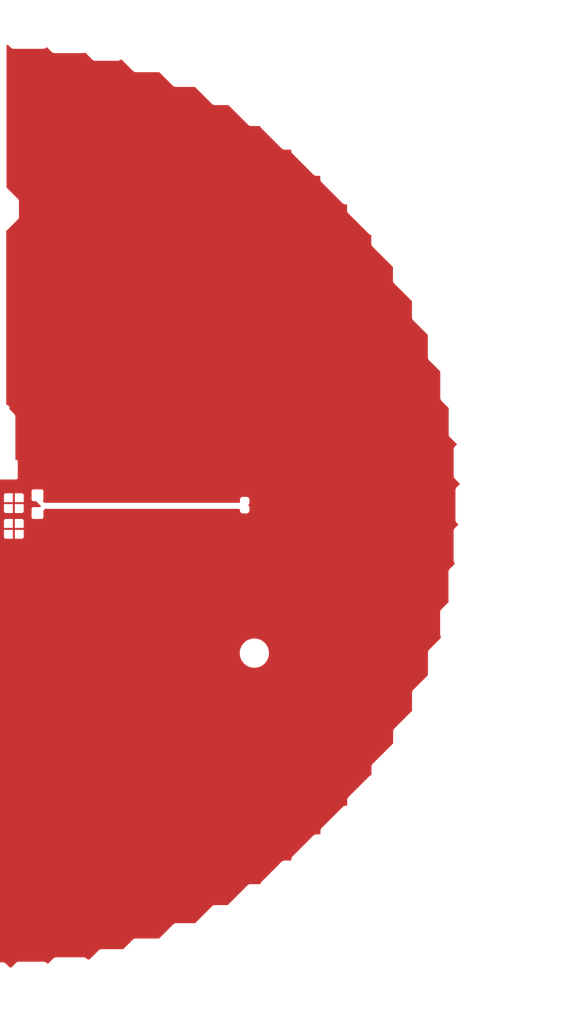
<source format=kicad_pcb>
(kicad_pcb (version 20240108) (generator "pcbnew") (generator_version "8.0")

(layers
  (0 "F.Cu" signal)
  (31 "B.Cu" signal)
  (32 "B.Adhes" user "B.Adhesive")
  (33 "F.Adhes" user "F.Adhesive")
  (34 "B.Paste" user)
  (35 "F.Paste" user)
  (36 "B.SilkS" user "B.Silkscreen")
  (37 "F.SilkS" user "F.Silkscreen")
  (38 "B.Mask" user)
  (39 "F.Mask" user)
  (40 "Dwgs.User" user "User.Drawings")
  (41 "Cmts.User" user "User.Comments")
  (42 "Eco1.User" user "User.Eco1")
  (43 "Eco2.User" user "User.Eco2")
  (44 "Edge.Cuts" user)
  (45 "Margin" user)
  (46 "B.CrtYd" user "B.Courtyard")
  (47 "F.CrtYd" user "F.Courtyard")
  (48 "B.Fab" user)
  (49 "F.Fab" user)
  (50 "User.1" user)
  (51 "User.2" user)
  (52 "User.3" user)
  (53 "User.4" user)
  (54 "User.5" user)
  (55 "User.6" user)
  (56 "User.7" user)
  (57 "User.8" user)
  (58 "User.9" user)
)

(net 0 "")
(net 1 "Net-(D1-DOUT)")
(net 2 "+5V")
(net 3 "Net-(D1-DIN)")
(net 4 "GND")
(net 5 "Net-(D2-DOUT)")
(net 6 "Net-(D3-DOUT)")
(net 7 "Net-(D4-DOUT)")
(net 8 "Net-(D5-DOUT)")
(net 9 "Net-(D6-DOUT)")
(net 10 "Net-(D7-DOUT)")
(net 11 "Net-(D8-DOUT)")
(net 12 "Net-(D10-DIN)")
(net 13 "Net-(D10-DOUT)")
(net 14 "Net-(D11-DOUT)")
(net 15 "Net-(D12-DOUT)")
(net 16 "Net-(D13-DOUT)")
(net 17 "Net-(D14-DOUT)")
(net 18 "Net-(D15-DOUT)")
(net 19 "Net-(D16-DOUT)")
(net 20 "Net-(D17-DOUT)")
(net 21 "Net-(D18-DOUT)")
(net 22 "Net-(D20-DOUT)")
(net 23 "Net-(D21-DOUT)")
(net 24 "Net-(D22-DOUT)")
(net 25 "Net-(D23-DOUT)")
(net 26 "Net-(D24-DOUT)")
(net 27 "Net-(D25-DOUT)")
(net 28 "Net-(D26-DOUT)")
(net 29 "Net-(D27-DOUT)")
(net 30 "Net-(D28-DOUT)")
(net 31 "Net-(D29-DOUT)")
(net 32 "Net-(D30-DOUT)")
(net 33 "Net-(D31-DOUT)")
(net 34 "Net-(D32-DOUT)")
(net 35 "Net-(D33-DOUT)")
(net 36 "Net-(D34-DOUT)")
(net 37 "Net-(D35-DOUT)")
(net 38 "Net-(D36-DOUT)")
(net 39 "Net-(D37-DOUT)")
(net 40 "Net-(D38-DOUT)")
(net 41 "Net-(D39-DOUT)")
(net 42 "Net-(D40-DOUT)")
(net 43 "Net-(D41-DOUT)")
(net 44 "Net-(D42-DOUT)")
(net 45 "Net-(D43-DOUT)")
(net 46 "Net-(D44-DOUT)")
(net 47 "Net-(D45-DOUT)")
(net 48 "Net-(D50-DOUT)")
(net 49 "Net-(D51-DOUT)")
(net 50 "Net-(D52-DOUT)")
(net 51 "Net-(D53-DOUT)")
(net 52 "Net-(D54-DOUT)")
(net 53 "Net-(D55-DOUT)")
(net 54 "Net-(D56-DOUT)")
(net 55 "Net-(D57-DOUT)")
(net 56 "Net-(D58-DOUT)")
(net 57 "Net-(D59-DOUT)")
(net 58 "Net-(D60-DOUT)")
(net 59 "Net-(D61-DOUT)")
(net 60 "Net-(D62-DOUT)")
(net 61 "Net-(D63-DOUT)")
(net 62 "Net-(D64-DOUT)")
(net 63 "Net-(D65-DOUT)")
(net 64 "Net-(D66-DOUT)")
(net 65 "Net-(D67-DOUT)")
(net 66 "Net-(D68-DOUT)")
(net 67 "Net-(D69-DOUT)")
(net 68 "Net-(D70-DOUT)")
(net 69 "unconnected-(D75-DOUT-Pad2)")
(net 70 "Net-(TH1-Pad1)")
(net 71 "Net-(TH1-Pad2)")
(net 72 "Net-(TH2-Pad1)")
(net 73 "Net-(TH2-Pad2)")
(net 74 "+24V")
(net 75 "Net-(D19-DOUT)")
(net 76 "Net-(D46-DOUT)")
(net 77 "Net-(D47-DOUT)")
(net 78 "Net-(D48-DOUT)")
(net 79 "Net-(D49-DOUT)")
(net 80 "Net-(D71-DOUT)")
(net 81 "Net-(D72-DOUT)")
(net 82 "Net-(D73-DOUT)")
(net 83 "Net-(D74-DOUT)")
(net 84 "/Heater 1")
(net 85 "/Heater 2")


  (zone (net 84) (net_name "/Heater 1") (layer "F.Cu")(uuid "9134f0f3-c26c-4151-8c44-f2547c71e6a8")
 (hatch edge 0.5)
    (connect_pads (clearance 0.5))
    (min_thickness 0.25) (filled_areas_thickness no)
    (fill yes (thermal_gap 0.5) (thermal_bridge_width 0.5))
    (polygon
      (pts
        (xy 0 -142.5)
        (xy 148 -126.5)
        (xy 127 67)
        (xy 53 108.5)
        (xy 0 117)
      )
    )
    (filled_polygon
      (layer "F.Cu")
      (pts
        (xy 1.993333 -131.163768)
        (xy 2.03768 -131.135267)
        (xy 2.634065 -130.538882)
        (xy 2.634079 -130.538867)
        (xy 2.63719 -130.535756)
        (xy 2.637191 -130.535755)
        (xy 2.765243 -130.407703)
        (xy 2.906572 -130.305022)
        (xy 2.91175 -130.30126)
        (xy 3.073104 -130.219045)
        (xy 3.073107 -130.219044)
        (xy 3.15922 -130.191065)
        (xy 3.245335 -130.163085)
        (xy 3.424197 -130.134755)
        (xy 3.424198 -130.134755)
        (xy 3.610401 -130.134755)
        (xy 3.610425 -130.134756)
        (xy 10.805898 -130.134756)
        (xy 10.805922 -130.134755)
        (xy 10.811033 -130.134755)
        (xy 10.992124 -130.134755)
        (xy 10.992125 -130.134755)
        (xy 11.170988 -130.163085)
        (xy 11.343218 -130.219045)
        (xy 11.504573 -130.30126)
        (xy 11.509751 -130.305022)
        (xy 11.65108 -130.407703)
        (xy 11.75049 -130.507113)
        (xy 11.811813 -130.540598)
        (xy 11.881505 -130.535614)
        (xy 11.925852 -130.507113)
        (xy 12.982727 -129.450238)
        (xy 12.982754 -129.450209)
        (xy 12.985858 -129.447105)
        (xy 12.985859 -129.447104)
        (xy 13.113911 -129.319052)
        (xy 13.241139 -129.226616)
        (xy 13.250778 -129.219613)
        (xy 13.260416 -129.21261)
        (xy 13.421768 -129.130396)
        (xy 13.42177 -129.130396)
        (xy 13.421773 -129.130394)
        (xy 13.514092 -129.100398)
        (xy 13.594002 -129.074433)
        (xy 13.772861 -129.046104)
        (xy 13.772866 -129.046104)
        (xy 13.95907 -129.046104)
        (xy 13.959094 -129.046105)
        (xy 20.970255 -129.046105)
        (xy 20.970279 -129.046104)
        (xy 20.97539 -129.046104)
        (xy 21.156481 -129.046104)
        (xy 21.156482 -129.046104)
        (xy 21.335345 -129.074434)
        (xy 21.340952 -129.076256)
        (xy 21.507565 -129.13039)
        (xy 21.507569 -129.130393)
        (xy 21.507575 -129.130394)
        (xy 21.521744 -129.137615)
        (xy 21.590408 -129.150514)
        (xy 21.65515 -129.124242)
        (xy 21.665723 -129.114813)
        (xy 23.273259 -127.507278)
        (xy 23.273286 -127.507249)
        (xy 23.27639 -127.504145)
        (xy 23.276391 -127.504144)
        (xy 23.404443 -127.376092)
        (xy 23.404446 -127.37609)
        (xy 23.404449 -127.376087)
        (xy 23.45197 -127.341562)
        (xy 23.543442 -127.275104)
        (xy 23.543443 -127.275103)
        (xy 23.543444 -127.275103)
        (xy 23.55095 -127.269649)
        (xy 23.550956 -127.269646)
        (xy 23.712295 -127.187438)
        (xy 23.7123 -127.187437)
        (xy 23.712305 -127.187434)
        (xy 23.832509 -127.148378)
        (xy 23.884534 -127.131473)
        (xy 24.063393 -127.103144)
        (xy 24.063398 -127.103144)
        (xy 24.249602 -127.103144)
        (xy 24.249626 -127.103145)
        (xy 29.657964 -127.103145)
        (xy 29.657988 -127.103144)
        (xy 29.663099 -127.103144)
        (xy 29.84419 -127.103144)
        (xy 29.844191 -127.103144)
        (xy 30.023054 -127.131474)
        (xy 30.195284 -127.187434)
        (xy 30.356639 -127.269649)
        (xy 30.364144 -127.275102)
        (xy 30.455619 -127.341562)
        (xy 30.48392 -127.362123)
        (xy 30.549727 -127.385602)
        (xy 30.556804 -127.385804)
        (xy 30.792939 -127.385804)
        (xy 30.859978 -127.366119)
        (xy 30.88062 -127.349485)
        (xy 33.621086 -124.609019)
        (xy 33.6211 -124.609004)
        (xy 33.624211 -124.605893)
        (xy 33.624212 -124.605892)
        (xy 33.752264 -124.47784)
        (xy 33.752267 -124.477838)
        (xy 33.752271 -124.477834)
        (xy 33.885129 -124.381309)
        (xy 33.898771 -124.371397)
        (xy 34.040308 -124.29928)
        (xy 34.060126 -124.289182)
        (xy 34.232356 -124.233222)
        (xy 34.411218 -124.204892)
        (xy 34.411219 -124.204892)
        (xy 34.597422 -124.204892)
        (xy 34.597446 -124.204893)
        (xy 40.327478 -124.204893)
        (xy 40.394517 -124.185208)
        (xy 40.415159 -124.168574)
        (xy 43.708461 -120.875271)
        (xy 43.708475 -120.875256)
        (xy 43.711586 -120.872145)
        (xy 43.711587 -120.872144)
        (xy 43.839639 -120.744092)
        (xy 43.839642 -120.74409)
        (xy 43.839646 -120.744086)
        (xy 43.954596 -120.660571)
        (xy 43.986146 -120.637649)
        (xy 44.091624 -120.583905)
        (xy 44.1475 -120.555434)
        (xy 44.147503 -120.555433)
        (xy 44.233616 -120.527454)
        (xy 44.319731 -120.499474)
        (xy 44.498593 -120.471144)
        (xy 44.498594 -120.471144)
        (xy 44.684797 -120.471144)
        (xy 44.684821 -120.471145)
        (xy 49.347556 -120.471145)
        (xy 49.414595 -120.45146)
        (xy 49.435237 -120.434826)
        (xy 53.590543 -116.27952)
        (xy 53.590557 -116.279505)
        (xy 53.593668 -116.276394)
        (xy 53.593669 -116.276393)
        (xy 53.721721 -116.148341)
        (xy 53.721724 -116.148339)
        (xy 53.721728 -116.148335)
        (xy 53.834691 -116.066264)
        (xy 53.868228 -116.041898)
        (xy 53.981486 -115.98419)
        (xy 54.029583 -115.959683)
        (xy 54.201813 -115.903723)
        (xy 54.380675 -115.875393)
        (xy 54.380676 -115.875393)
        (xy 54.566879 -115.875393)
        (xy 54.566903 -115.875394)
        (xy 57.822823 -115.875394)
        (xy 57.889862 -115.855709)
        (xy 57.910504 -115.839075)
        (xy 62.783381 -110.966199)
        (xy 62.783408 -110.96617)
        (xy 62.786512 -110.963066)
        (xy 62.786513 -110.963065)
        (xy 62.914565 -110.835013)
        (xy 62.914568 -110.835011)
        (xy 62.914571 -110.835008)
        (xy 62.959174 -110.802603)
        (xy 63.031586 -110.749993)
        (xy 63.061072 -110.72857)
        (xy 63.137303 -110.689728)
        (xy 63.222422 -110.646357)
        (xy 63.222424 -110.646357)
        (xy 63.222427 -110.646355)
        (xy 63.314746 -110.616359)
        (xy 63.394656 -110.590394)
        (xy 63.573515 -110.562065)
        (xy 63.57352 -110.562065)
        (xy 63.759724 -110.562065)
        (xy 63.759748 -110.562066)
        (xy 65.813816 -110.562066)
        (xy 65.880855 -110.542381)
        (xy 65.92661 -110.489577)
        (xy 65.931747 -110.476383)
        (xy 65.949259 -110.422484)
        (xy 65.949261 -110.422478)
        (xy 65.977126 -110.367792)
        (xy 66.019017 -110.285576)
        (xy 66.031479 -110.26112)
        (xy 66.137913 -110.114624)
        (xy 66.137917 -110.11462)
        (xy 66.13792 -110.114616)
        (xy 66.216008 -110.036528)
        (xy 66.270302 -109.982234)
        (xy 66.270313 -109.982224)
        (xy 71.264293 -104.988245)
        (xy 71.26432 -104.988216)
        (xy 71.267424 -104.985112)
        (xy 71.267425 -104.985111)
        (xy 71.395477 -104.857059)
        (xy 71.39548 -104.857057)
        (xy 71.395484 -104.857053)
        (xy 71.515922 -104.769551)
        (xy 71.541984 -104.750616)
        (xy 71.635777 -104.702826)
        (xy 71.635776 -104.702826)
        (xy 71.658872 -104.691059)
        (xy 71.703339 -104.668401)
        (xy 71.822938 -104.629541)
        (xy 71.875568 -104.61244)
        (xy 72.054427 -104.584111)
        (xy 72.054432 -104.584111)
        (xy 72.240636 -104.584111)
        (xy 72.24066 -104.584112)
        (xy 73.677985 -104.584112)
        (xy 73.745024 -104.564427)
        (xy 73.790779 -104.511623)
        (xy 73.801985 -104.460112)
        (xy 73.801985 -104.436318)
        (xy 73.801984 -104.436303)
        (xy 73.801984 -104.250812)
        (xy 73.824964 -104.105724)
        (xy 73.830314 -104.071946)
        (xy 73.886272 -103.89972)
        (xy 73.886273 -103.899717)
        (xy 73.968491 -103.738359)
        (xy 74.074925 -103.591863)
        (xy 74.074929 -103.591859)
        (xy 74.074932 -103.591855)
        (xy 74.143404 -103.523383)
        (xy 74.207314 -103.459473)
        (xy 74.207325 -103.459463)
        (xy 79.314592 -98.352196)
        (xy 79.314606 -98.352181)
        (xy 79.317717 -98.34907)
        (xy 79.317718 -98.349069)
        (xy 79.44577 -98.221017)
        (xy 79.445773 -98.221015)
        (xy 79.445776 -98.221012)
        (xy 79.519708 -98.167298)
        (xy 79.551262 -98.144373)
        (xy 79.592277 -98.114574)
        (xy 79.671416 -98.074251)
        (xy 79.753631 -98.032359)
        (xy 79.753634 -98.032358)
        (xy 79.839747 -98.004379)
        (xy 79.925862 -97.976399)
        (xy 80.104725 -97.948069)
        (xy 80.104726 -97.948069)
        (xy 80.290928 -97.948069)
        (xy 80.290952 -97.94807)
        (xy 81.037719 -97.94807)
        (xy 81.104758 -97.928385)
        (xy 81.150513 -97.875581)
        (xy 81.161719 -97.82407)
        (xy 81.161719 -97.213807)
        (xy 81.161718 -97.213792)
        (xy 81.161718 -97.0283)
        (xy 81.185878 -96.875763)
        (xy 81.190048 -96.849435)
        (xy 81.190048 -96.849433)
        (xy 81.246006 -96.677209)
        (xy 81.246007 -96.677206)
        (xy 81.29898 -96.573243)
        (xy 81.319153 -96.533651)
        (xy 81.328225 -96.515848)
        (xy 81.434659 -96.369352)
        (xy 81.434663 -96.369348)
        (xy 81.434666 -96.369344)
        (xy 81.562718 -96.241292)
        (xy 81.567048 -96.236962)
        (xy 81.567059 -96.236952)
        (xy 86.679449 -91.124563)
        (xy 86.679476 -91.124534)
        (xy 86.68258 -91.12143)
        (xy 86.682581 -91.121429)
        (xy 86.810633 -90.993377)
        (xy 86.95714 -90.886934)
        (xy 86.976949 -90.876841)
        (xy 87.118495 -90.804719)
        (xy 87.256805 -90.75978)
        (xy 87.290724 -90.748758)
        (xy 87.469583 -90.720429)
        (xy 87.469588 -90.720429)
        (xy 87.655792 -90.720429)
        (xy 87.655816 -90.72043)
        (xy 87.816081 -90.72043)
        (xy 87.88312 -90.700745)
        (xy 87.928875 -90.647941)
        (xy 87.940081 -90.59643)
        (xy 87.940081 -89.331448)
        (xy 87.94008 -89.331433)
        (xy 87.94008 -89.327032)
        (xy 87.94008 -89.14594)
        (xy 87.943556 -89.123997)
        (xy 87.960415 -89.017554)
        (xy 87.96841 -88.967076)
        (xy 88.020886 -88.805568)
        (xy 88.02437 -88.794847)
        (xy 88.094333 -88.657537)
        (xy 88.106587 -88.633489)
        (xy 88.213021 -88.486993)
        (xy 88.213025 -88.486989)
        (xy 88.213028 -88.486985)
        (xy 88.317034 -88.382979)
        (xy 88.34541 -88.354603)
        (xy 88.345421 -88.354593)
        (xy 93.344133 -83.355882)
        (xy 93.34416 -83.355853)
        (xy 93.347264 -83.352749)
        (xy 93.347265 -83.352748)
        (xy 93.475317 -83.224696)
        (xy 93.47532 -83.224694)
        (xy 93.475323 -83.224691)
        (xy 93.54343 -83.175209)
        (xy 93.621515 -83.118478)
        (xy 93.621522 -83.118469)
        (xy 93.621524 -83.118471)
        (xy 93.621823 -83.118254)
        (xy 93.621822 -83.118254)
        (xy 93.783174 -83.03604)
        (xy 93.783176 -83.03604)
        (xy 93.783179 -83.036038)
        (xy 93.955409 -82.980077)
        (xy 93.985197 -82.97536)
        (xy 94.048328 -82.945433)
        (xy 94.085261 -82.886123)
        (xy 94.089798 -82.852887)
        (xy 94.089798 -80.889571)
        (xy 94.089797 -80.889556)
        (xy 94.089797 -80.704065)
        (xy 94.110879 -80.570963)
        (xy 94.110879 -80.570962)
        (xy 94.118127 -80.5252)
        (xy 94.118127 -80.525197)
        (xy 94.174085 -80.352973)
        (xy 94.174086 -80.35297)
        (xy 94.256304 -80.191612)
        (xy 94.362738 -80.045116)
        (xy 94.362742 -80.045112)
        (xy 94.362745 -80.045108)
        (xy 94.477562 -79.930291)
        (xy 94.495127 -79.912726)
        (xy 94.495138 -79.912716)
        (xy 99.307113 -75.100741)
        (xy 99.307127 -75.100726)
        (xy 99.310238 -75.097615)
        (xy 99.310239 -75.097614)
        (xy 99.438291 -74.969562)
        (xy 99.438294 -74.96956)
        (xy 99.438295 -74.969559)
        (xy 99.516807 -74.912517)
        (xy 99.559473 -74.857188)
        (xy 99.567922 -74.812199)
        (xy 99.567922 -71.562275)
        (xy 99.567921 -71.56226)
        (xy 99.567921 -71.376769)
        (xy 99.596251 -71.197903)
        (xy 99.652209 -71.025677)
        (xy 99.65221 -71.025674)
        (xy 99.734428 -70.864316)
        (xy 99.840862 -70.71782)
        (xy 99.840866 -70.717816)
        (xy 99.840869 -70.717812)
        (xy 99.911334 -70.647347)
        (xy 99.973251 -70.58543)
        (xy 99.973262 -70.58542)
        (xy 104.147405 -66.411277)
        (xy 104.147419 -66.411262)
        (xy 104.278588 -66.280093)
        (xy 104.336125 -66.238292)
        (xy 104.378791 -66.182963)
        (xy 104.387241 -66.137973)
        (xy 104.387241 -62.221236)
        (xy 104.38724 -62.221221)
        (xy 104.38724 -62.03573)
        (xy 104.41557 -61.856864)
        (xy 104.471528 -61.684638)
        (xy 104.471529 -61.684635)
        (xy 104.553747 -61.523277)
        (xy 104.660181 -61.376781)
        (xy 104.660185 -61.376777)
        (xy 104.660188 -61.376773)
        (xy 104.73558 -61.301381)
        (xy 104.79257 -61.244391)
        (xy 104.792581 -61.244381)
        (xy 108.37524 -57.661722)
        (xy 108.408725 -57.600399)
        (xy 108.411559 -57.574041)
        (xy 108.411559 -52.089585)
        (xy 108.411558 -52.08957)
        (xy 108.411558 -52.085169)
        (xy 108.411558 -51.904077)
        (xy 108.430444 -51.784835)
        (xy 108.439888 -51.725213)
        (xy 108.495846 -51.552987)
        (xy 108.495847 -51.552984)
        (xy 108.578065 -51.391626)
        (xy 108.684499 -51.24513)
        (xy 108.684503 -51.245126)
        (xy 108.684506 -51.245122)
        (xy 108.790868 -51.13876)
        (xy 108.816888 -51.11274)
        (xy 108.816899 -51.11273)
        (xy 111.52666 -48.402969)
        (xy 111.560145 -48.341646)
        (xy 111.562979 -48.315288)
        (xy 111.562979 -41.798126)
        (xy 111.562978 -41.798111)
        (xy 111.562978 -41.61262)
        (xy 111.581126 -41.498042)
        (xy 111.581126 -41.498041)
        (xy 111.591308 -41.433754)
        (xy 111.647266 -41.261528)
        (xy 111.647267 -41.261525)
        (xy 111.729485 -41.100167)
        (xy 111.835919 -40.953671)
        (xy 111.835923 -40.953667)
        (xy 111.835926 -40.953663)
        (xy 111.963978 -40.825611)
        (xy 111.968308 -40.821281)
        (xy 111.968319 -40.821271)
        (xy 113.685419 -39.104172)
        (xy 113.718904 -39.042849)
        (xy 113.715912 -38.982939)
        (xy 113.716751 -38.982737)
        (xy 113.715678 -38.978272)
        (xy 113.715675 -38.978192)
        (xy 113.715617 -38.978015)
        (xy 113.715611 -38.977992)
        (xy 113.687283 -38.799134)
        (xy 113.687283 -38.612933)
        (xy 113.687284 -38.612908)
        (xy 113.687284 -32.59664)
        (xy 113.687283 -32.596625)
        (xy 113.687283 -32.411133)
        (xy 113.713247 -32.247207)
        (xy 113.713247 -32.247202)
        (xy 113.713248 -32.247202)
        (xy 113.715612 -32.23227)
        (xy 113.715612 -32.232268)
        (xy 113.771571 -32.060042)
        (xy 113.771572 -32.060039)
        (xy 113.85379 -31.898681)
        (xy 113.960224 -31.752185)
        (xy 113.960228 -31.752181)
        (xy 113.960231 -31.752177)
        (xy 114.088283 -31.624125)
        (xy 114.092613 -31.619795)
        (xy 114.092624 -31.619785)
        (xy 115.727759 -29.984651)
        (xy 115.761244 -29.923328)
        (xy 115.75626 -29.853636)
        (xy 115.727759 -29.809289)
        (xy 115.387639 -29.469169)
        (xy 115.345597 -29.427127)
        (xy 115.345594 -29.427124)
        (xy 115.281567 -29.363098)
        (xy 115.217541 -29.299072)
        (xy 115.206344 -29.283659)
        (xy 115.206343 -29.283658)
        (xy 115.111101 -29.152569)
        (xy 115.028883 -28.991211)
        (xy 115.028882 -28.991208)
        (xy 114.972924 -28.818982)
        (xy 114.944594 -28.640116)
        (xy 114.944594 -28.453915)
        (xy 114.944595 -28.45389)
        (xy 114.944595 -22.076113)
        (xy 114.944594 -22.076098)
        (xy 114.944594 -21.890607)
        (xy 114.962298 -21.77883)
        (xy 114.972924 -21.711741)
        (xy 115.028882 -21.539515)
        (xy 115.028883 -21.539512)
        (xy 115.073409 -21.452127)
        (xy 115.103782 -21.392517)
        (xy 115.111101 -21.378154)
        (xy 115.217535 -21.231658)
        (xy 115.217539 -21.231654)
        (xy 115.217542 -21.23165)
        (xy 115.285445 -21.163747)
        (xy 115.349924 -21.099268)
        (xy 115.349935 -21.099258)
        (xy 116.479565 -19.969628)
        (xy 116.51305 -19.908305)
        (xy 116.508066 -19.838613)
        (xy 116.479565 -19.794266)
        (xy 115.676134 -18.990836)
        (xy 115.676132 -18.990834)
        (xy 115.629135 -18.926147)
        (xy 115.622075 -18.916428)
        (xy 115.595884 -18.880379)
        (xy 115.569693 -18.844331)
        (xy 115.487477 -18.682976)
        (xy 115.487476 -18.682973)
        (xy 115.431518 -18.510747)
        (xy 115.403188 -18.331881)
        (xy 115.403188 -18.14568)
        (xy 115.403189 -18.145655)
        (xy 115.403189 -10.888535)
        (xy 115.403188 -10.88852)
        (xy 115.403188 -10.703029)
        (xy 115.419228 -10.60176)
        (xy 115.419228 -10.601759)
        (xy 115.431518 -10.524163)
        (xy 115.487476 -10.351937)
        (xy 115.487477 -10.351934)
        (xy 115.569695 -10.190576)
        (xy 115.676129 -10.04408)
        (xy 115.676133 -10.044076)
        (xy 115.676136 -10.044072)
        (xy 115.804188 -9.91602)
        (xy 115.808518 -9.91169)
        (xy 115.808529 -9.91168)
        (xy 116.066458 -9.653751)
        (xy 116.099943 -9.592428)
        (xy 116.094959 -9.522736)
        (xy 116.066458 -9.478389)
        (xy 115.332305 -8.744235)
        (xy 115.204251 -8.616182)
        (xy 115.16219 -8.558289)
        (xy 115.162189 -8.55829)
        (xy 115.097809 -8.469677)
        (xy 115.015591 -8.308319)
        (xy 115.01559 -8.308316)
        (xy 114.959632 -8.13609)
        (xy 114.931302 -7.957224)
        (xy 114.931302 -7.771023)
        (xy 114.931303 -7.770998)
        (xy 114.931303 -0.651196)
        (xy 114.931302 -0.651181)
        (xy 114.931302 -0.64678)
        (xy 114.931302 -0.465688)
        (xy 114.937291 -0.427876)
        (xy 114.947311 -0.364616)
        (xy 114.947311 -0.364615)
        (xy 114.959632 -0.286824)
        (xy 115.01559 -0.114598)
        (xy 115.015591 -0.114595)
        (xy 115.059883 -0.02767)
        (xy 115.093393 0.038098)
        (xy 115.097809 0.046763)
        (xy 115.204244 0.19326)
        (xy 115.204248 0.193265)
        (xy 115.230809 0.219826)
        (xy 115.264294 0.281149)
        (xy 115.25931 0.350841)
        (xy 115.230809 0.395188)
        (xy 113.909905 1.716091)
        (xy 113.870781 1.76994)
        (xy 113.816932 1.844059)
        (xy 113.816931 1.844061)
        (xy 113.803462 1.862597)
        (xy 113.721246 2.023953)
        (xy 113.721245 2.023956)
        (xy 113.665287 2.196182)
        (xy 113.636957 2.375048)
        (xy 113.636957 2.561249)
        (xy 113.636958 2.561274)
        (xy 113.636958 9.481116)
        (xy 113.636957 9.481131)
        (xy 113.636957 9.666622)
        (xy 113.659119 9.806543)
        (xy 113.659119 9.806544)
        (xy 113.665287 9.845487)
        (xy 113.665288 9.845494)
        (xy 113.697095 9.943386)
        (xy 113.69909 10.013227)
        (xy 113.666845 10.069384)
        (xy 111.929935 11.806295)
        (xy 111.801878 11.934351)
        (xy 111.801874 11.934356)
        (xy 111.695439 12.080853)
        (xy 111.613221 12.242211)
        (xy 111.61322 12.242214)
        (xy 111.557262 12.41444)
        (xy 111.528932 12.593306)
        (xy 111.528932 12.779507)
        (xy 111.528933 12.779532)
        (xy 111.528933 18.084471)
        (xy 111.528932 18.084486)
        (xy 111.528932 18.269978)
        (xy 111.555511 18.43779)
        (xy 111.557262 18.448843)
        (xy 111.613219 18.621065)
        (xy 111.613219 18.621067)
        (xy 111.654089 18.701276)
        (xy 111.667605 18.757572)
        (xy 111.667605 19.142773)
        (xy 111.64792 19.209812)
        (xy 111.631286 19.230454)
        (xy 108.707803 22.153936)
        (xy 108.707799 22.153941)
        (xy 108.601364 22.300438)
        (xy 108.519146 22.461796)
        (xy 108.519145 22.461799)
        (xy 108.463187 22.634025)
        (xy 108.434857 22.812891)
        (xy 108.434857 22.999092)
        (xy 108.434858 22.999117)
        (xy 108.434858 28.538598)
        (xy 108.415173 28.605637)
        (xy 108.398539 28.626279)
        (xy 104.670826 32.353991)
        (xy 104.670821 32.353997)
        (xy 104.565051 32.499576)
        (xy 104.565052 32.499577)
        (xy 104.564381 32.5005)
        (xy 104.482167 32.66185)
        (xy 104.482164 32.661858)
        (xy 104.426206 32.834084)
        (xy 104.397876 33.01295)
        (xy 104.397876 33.199151)
        (xy 104.397877 33.199176)
        (xy 104.397877 37.588717)
        (xy 104.378192 37.655756)
        (xy 104.361558 37.676398)
        (xy 99.891505 42.14645)
        (xy 99.835038 42.224171)
        (xy 99.792529 42.282681)
        (xy 99.792527 42.282684)
        (xy 99.785061 42.292958)
        (xy 99.702846 42.454312)
        (xy 99.702845 42.454315)
        (xy 99.646887 42.626541)
        (xy 99.618557 42.805407)
        (xy 99.618557 42.991608)
        (xy 99.618558 42.991633)
        (xy 99.618558 45.816812)
        (xy 99.598873 45.883851)
        (xy 99.567448 45.917126)
        (xy 99.565283 45.918699)
        (xy 99.564579 45.919211)
        (xy 94.403481 51.080309)
        (xy 94.403477 51.080314)
        (xy 94.297042 51.226811)
        (xy 94.214824 51.388169)
        (xy 94.214823 51.388172)
        (xy 94.158865 51.560398)
        (xy 94.130535 51.739264)
        (xy 94.130535 51.925465)
        (xy 94.130536 51.92549)
        (xy 94.130536 53.818062)
        (xy 94.110851 53.885101)
        (xy 94.058047 53.930856)
        (xy 94.044853 53.935993)
        (xy 93.909694 53.979907)
        (xy 93.909688 53.979909)
        (xy 93.74833 54.062127)
        (xy 93.601833 54.168562)
        (xy 93.601828 54.168566)
        (xy 88.245245 59.525149)
        (xy 88.19184 59.598655)
        (xy 88.151637 59.653991)
        (xy 88.151636 59.653992)
        (xy 88.138804 59.671652)
        (xy 88.138803 59.671654)
        (xy 88.056586 59.833011)
        (xy 88.056585 59.833014)
        (xy 88.000627 60.00524)
        (xy 87.972297 60.184106)
        (xy 87.972297 60.370307)
        (xy 87.972298 60.370332)
        (xy 87.972298 61.532608)
        (xy 87.952613 61.599647)
        (xy 87.899809 61.645402)
        (xy 87.848298 61.656608)
        (xy 87.734415 61.656608)
        (xy 87.734391 61.656607)
        (xy 87.72928 61.656607)
        (xy 87.548187 61.656607)
        (xy 87.548182 61.656607)
        (xy 87.369323 61.684935)
        (xy 87.197089 61.740898)
        (xy 87.035735 61.823114)
        (xy 86.889238 61.929549)
        (xy 86.889233 61.929553)
        (xy 81.470323 67.348463)
        (xy 81.450923 67.375166)
        (xy 81.370593 67.485731)
        (xy 81.370592 67.485732)
        (xy 81.363882 67.494966)
        (xy 81.363881 67.494968)
        (xy 81.281664 67.656325)
        (xy 81.281663 67.656328)
        (xy 81.225705 67.828554)
        (xy 81.197375 68.00742)
        (xy 81.197375 68.193621)
        (xy 81.197376 68.193646)
        (xy 81.197376 68.801296)
        (xy 81.177691 68.868335)
        (xy 81.124887 68.91409)
        (xy 81.073376 68.925296)
        (xy 80.272792 68.925296)
        (xy 80.272768 68.925295)
        (xy 80.267657 68.925295)
        (xy 80.086564 68.925295)
        (xy 80.026943 68.934738)
        (xy 79.9077 68.953625)
        (xy 79.735474 69.009583)
        (xy 79.735471 69.009584)
        (xy 79.574113 69.091802)
        (xy 79.427616 69.198237)
        (xy 79.427611 69.198241)
        (xy 74.101413 74.524439)
        (xy 74.062492 74.578008)
        (xy 74.008923 74.651742)
        (xy 73.99497 74.670947)
        (xy 73.994968 74.67095)
        (xy 73.912754 74.832301)
        (xy 73.912753 74.832304)
        (xy 73.856795 75.00453)
        (xy 73.828465 75.183396)
        (xy 73.828465 75.369597)
        (xy 73.828466 75.369622)
        (xy 73.828466 75.426974)
        (xy 73.808781 75.494013)
        (xy 73.755977 75.539768)
        (xy 73.704466 75.550974)
        (xy 72.251134 75.550974)
        (xy 72.25111 75.550973)
        (xy 72.245999 75.550973)
        (xy 72.064906 75.550973)
        (xy 72.005285 75.560416)
        (xy 71.886042 75.579303)
        (xy 71.713816 75.635261)
        (xy 71.713813 75.635262)
        (xy 71.552455 75.71748)
        (xy 71.405958 75.823915)
        (xy 71.405953 75.823919)
        (xy 66.204704 81.025168)
        (xy 66.099171 81.170425)
        (xy 66.099171 81.170426)
        (xy 66.098265 81.171671)
        (xy 66.098264 81.171673)
        (xy 66.016056 81.333014)
        (xy 66.01605 81.333027)
        (xy 65.977715 81.451014)
        (xy 65.938278 81.508689)
        (xy 65.873919 81.535888)
        (xy 65.859784 81.536696)
        (xy 63.588045 81.536696)
        (xy 63.588021 81.536695)
        (xy 63.58291 81.536695)
        (xy 63.401817 81.536695)
        (xy 63.401812 81.536695)
        (xy 63.222953 81.565023)
        (xy 63.050719 81.620986)
        (xy 62.889365 81.703202)
        (xy 62.742868 81.809637)
        (xy 62.742863 81.809641)
        (xy 57.835776 86.716728)
        (xy 57.835771 86.716734)
        (xy 57.78283 86.789602)
        (xy 57.7275 86.832268)
        (xy 57.682512 86.840717)
        (xy 54.611704 86.840717)
        (xy 54.61168 86.840716)
        (xy 54.606569 86.840716)
        (xy 54.425476 86.840716)
        (xy 54.365855 86.850159)
        (xy 54.246612 86.869046)
        (xy 54.074386 86.925004)
        (xy 54.074383 86.925005)
        (xy 53.913025 87.007223)
        (xy 53.766528 87.113658)
        (xy 53.766523 87.113662)
        (xy 53.638467 87.241719)
        (xy 49.490608 91.389579)
        (xy 49.429285 91.423064)
        (xy 49.402927 91.425898)
        (xy 44.765616 91.425898)
        (xy 44.765592 91.425897)
        (xy 44.760481 91.425897)
        (xy 44.579388 91.425897)
        (xy 44.519767 91.43534)
        (xy 44.400524 91.454227)
        (xy 44.228298 91.510185)
        (xy 44.228295 91.510186)
        (xy 44.066937 91.592404)
        (xy 43.92044 91.698839)
        (xy 43.920435 91.698843)
        (xy 43.821882 91.797397)
        (xy 43.792382 91.826897)
        (xy 43.792379 91.8269)
        (xy 42.058886 93.560394)
        (xy 40.344965 95.274315)
        (xy 40.283642 95.3078)
        (xy 40.257284 95.310634)
        (xy 34.509695 95.310634)
        (xy 34.509671 95.310633)
        (xy 34.50456 95.310633)
        (xy 34.323467 95.310633)
        (xy 34.263846 95.320076)
        (xy 34.144603 95.338963)
        (xy 33.972377 95.394921)
        (xy 33.972374 95.394922)
        (xy 33.811016 95.47714)
        (xy 33.664519 95.583575)
        (xy 33.664514 95.583579)
        (xy 33.536458 95.711636)
        (xy 31.265933 97.98216)
        (xy 31.20461 98.015645)
        (xy 31.158853 98.016952)
        (xy 31.088609 98.005826)
        (xy 31.088605 98.005826)
        (xy 30.907513 98.005826)
        (xy 30.902402 98.005826)
        (xy 30.902378 98.005827)
        (xy 25.883048 98.005827)
        (xy 25.883024 98.005826)
        (xy 25.877913 98.005826)
        (xy 25.69682 98.005826)
        (xy 25.637199 98.015269)
        (xy 25.517955 98.034156)
        (xy 25.345729 98.090114)
        (xy 25.345726 98.090115)
        (xy 25.184368 98.172333)
        (xy 25.037871 98.278768)
        (xy 25.037866 98.278772)
        (xy 24.90981 98.406829)
        (xy 22.730318 100.586322)
        (xy 22.668995 100.619807)
        (xy 22.642637 100.622641)
        (xy 22.237799 100.622641)
        (xy 22.17076 100.602956)
        (xy 22.150118 100.586322)
        (xy 22.048108 100.484312)
        (xy 22.048099 100.484302)
        (xy 22.043768 100.479971)
        (xy 21.915716 100.351919)
        (xy 21.915712 100.351916)
        (xy 21.915708 100.351912)
        (xy 21.769212 100.245478)
        (xy 21.769211 100.245477)
        (xy 21.769209 100.245476)
        (xy 21.717515 100.219136)
        (xy 21.607854 100.16326)
        (xy 21.607848 100.163258)
        (xy 21.435625 100.107301)
        (xy 21.435568 100.107291)
        (xy 21.271598 100.081321)
        (xy 21.256761 100.078971)
        (xy 21.075669 100.078971)
        (xy 21.070558 100.078971)
        (xy 21.070534 100.078972)
        (xy 14.36621 100.078972)
        (xy 14.366186 100.078971)
        (xy 14.361075 100.078971)
        (xy 14.179982 100.078971)
        (xy 14.179977 100.078971)
        (xy 14.001118 100.107299)
        (xy 13.828884 100.163262)
        (xy 13.66753 100.245478)
        (xy 13.521033 100.351913)
        (xy 13.521028 100.351917)
        (xy 13.391279 100.481667)
        (xy 12.183929 101.689016)
        (xy 12.122606 101.722501)
        (xy 12.052914 101.717517)
        (xy 12.008568 101.689016)
        (xy 11.911425 101.591874)
        (xy 11.911414 101.591861)
        (xy 11.776299 101.456746)
        (xy 11.776294 101.456742)
        (xy 11.629797 101.350307)
        (xy 11.629796 101.350306)
        (xy 11.629794 101.350305)
        (xy 11.5781 101.323965)
        (xy 11.468439 101.268089)
        (xy 11.468436 101.268088)
        (xy 11.29621 101.21213)
        (xy 11.206777 101.197965)
        (xy 11.117346 101.1838)
        (xy 10.936254 101.1838)
        (xy 10.931143 101.1838)
        (xy 10.931119 101.183801)
        (xy 4.923796 101.183801)
        (xy 4.923772 101.1838)
        (xy 4.918661 101.1838)
        (xy 4.737568 101.1838)
        (xy 4.677947 101.193243)
        (xy 4.558704 101.21213)
        (xy 4.386478 101.268088)
        (xy 4.386475 101.268089)
        (xy 4.225117 101.350307)
        (xy 4.07862 101.456742)
        (xy 4.078615 101.456746)
        (xy 3.950559 101.584803)
        (xy 2.890974 102.644389)
        (xy 2.829651 102.677874)
        (xy 2.803293 102.680708)
        (xy 2.546923 102.680708)
        (xy 2.479884 102.661023)
        (xy 2.459242 102.644389)
        (xy 1.575002 101.760148)
        (xy 1.574993 101.760138)
        (xy 1.517948 101.703093)
        (xy 1.44261 101.627755)
        (xy 1.442606 101.627752)
        (xy 1.442602 101.627748)
        (xy 1.296106 101.521314)
        (xy 1.296105 101.521313)
        (xy 1.296103 101.521312)
        (xy 1.243796 101.49466)
        (xy 1.134748 101.439096)
        (xy 1.134745 101.439095)
        (xy 0.962519 101.383137)
        (xy 0.873086 101.368972)
        (xy 0.783655 101.354807)
        (xy 0.602563 101.354807)
        (xy 0.597452 101.354807)
        (xy 0.597428 101.354808)
        (xy 0.124 101.354808)
        (xy 0.056961 101.335123)
        (xy 0.011206 101.282319)
        (xy 0 101.230808)
        (xy 0 22.999999)
        (xy 60.746422 22.999999)
        (xy 60.746422 23)
        (xy 60.766722 23.387339)
        (xy 60.827397 23.770427)
        (xy 60.827397 23.770429)
        (xy 60.927788 24.145094)
        (xy 61.066787 24.507197)
        (xy 61.242877 24.852793)
        (xy 61.454122 25.178082)
        (xy 61.454124 25.178084)
        (xy 61.698219 25.479516)
        (xy 61.972484 25.753781)
        (xy 62.056424 25.821754)
        (xy 62.273917 25.997877)
        (xy 62.599206 26.209122)
        (xy 62.599211 26.209125)
        (xy 62.944806 26.385214)
        (xy 63.306913 26.524214)
        (xy 63.681567 26.624602)
        (xy 64.064662 26.685278)
        (xy 64.430576 26.704455)
        (xy 64.451999 26.705578)
        (xy 64.452 26.705578)
        (xy 64.452001 26.705578)
        (xy 64.472301 26.704514)
        (xy 64.839338 26.685278)
        (xy 65.222433 26.624602)
        (xy 65.597087 26.524214)
        (xy 65.959194 26.385214)
        (xy 66.304789 26.209125)
        (xy 66.630084 25.997876)
        (xy 66.931516 25.753781)
        (xy 67.205781 25.479516)
        (xy 67.449876 25.178084)
        (xy 67.661125 24.852789)
        (xy 67.837214 24.507194)
        (xy 67.976214 24.145087)
        (xy 68.076602 23.770433)
        (xy 68.137278 23.387338)
        (xy 68.157578 23)
        (xy 68.137278 22.612662)
        (xy 68.076602 22.229567)
        (xy 67.976214 21.854913)
        (xy 67.837214 21.492806)
        (xy 67.661125 21.147211)
        (xy 67.538198 20.95792)
        (xy 67.449877 20.821917)
        (xy 67.250382 20.575562)
        (xy 67.205781 20.520484)
        (xy 66.931516 20.246219)
        (xy 66.750672 20.099774)
        (xy 66.630082 20.002122)
        (xy 66.304793 19.790877)
        (xy 65.959197 19.614787)
        (xy 65.597094 19.475788)
        (xy 65.597087 19.475786)
        (xy 65.222433 19.375398)
        (xy 65.222429 19.375397)
        (xy 65.222428 19.375397)
        (xy 64.839339 19.314722)
        (xy 64.452001 19.294422)
        (xy 64.451999 19.294422)
        (xy 64.06466 19.314722)
        (xy 63.681572 19.375397)
        (xy 63.68157 19.375397)
        (xy 63.306905 19.475788)
        (xy 62.944802 19.614787)
        (xy 62.599206 19.790877)
        (xy 62.273917 20.002122)
        (xy 61.972488 20.246215)
        (xy 61.97248 20.246222)
        (xy 61.698222 20.52048)
        (xy 61.698215 20.520488)
        (xy 61.454122 20.821917)
        (xy 61.242877 21.147206)
        (xy 61.066787 21.492802)
        (xy 60.927788 21.854905)
        (xy 60.827397 22.22957)
        (xy 60.827397 22.229572)
        (xy 60.766722 22.61266)
        (xy 60.746422 22.999999)
        (xy 0 22.999999)
        (xy 0 -6.452156)
        (xy 1 -6.452156)
        (xy 1.006401 -6.392628)
        (xy 1.006403 -6.392621)
        (xy 1.056645 -6.257914)
        (xy 1.056649 -6.257907)
        (xy 1.142809 -6.142813)
        (xy 1.142812 -6.14281)
        (xy 1.257906 -6.05665)
        (xy 1.257913 -6.056646)
        (xy 1.39262 -6.006404)
        (xy 1.392627 -6.006402)
        (xy 1.452155 -6.000001)
        (xy 1.452172 -6)
        (xy 3.25 -6)
        (xy 3.75 -6)
        (xy 5.547828 -6)
        (xy 5.547844 -6.000001)
        (xy 5.607372 -6.006402)
        (xy 5.607379 -6.006404)
        (xy 5.742086 -6.056646)
        (xy 5.742093 -6.05665)
        (xy 5.857187 -6.14281)
        (xy 5.85719 -6.142813)
        (xy 5.94335 -6.257907)
        (xy 5.943354 -6.257914)
        (xy 5.993596 -6.392621)
        (xy 5.993598 -6.392628)
        (xy 5.999999 -6.452156)
        (xy 6 -6.452173)
        (xy 6 -8.25)
        (xy 3.75 -8.25)
        (xy 3.75 -6)
        (xy 3.25 -6)
        (xy 3.25 -8.25)
        (xy 1 -8.25)
        (xy 1 -6.452156)
        (xy 0 -6.452156)
        (xy 0 -10.547845)
        (xy 1 -10.547845)
        (xy 1 -8.75)
        (xy 3.25 -8.75)
        (xy 3.75 -8.75)
        (xy 6 -8.75)
        (xy 6 -10.547828)
        (xy 5.999999 -10.547845)
        (xy 5.993598 -10.607373)
        (xy 5.993596 -10.60738)
        (xy 5.943354 -10.742087)
        (xy 5.94335 -10.742094)
        (xy 5.85719 -10.857188)
        (xy 5.857187 -10.857191)
        (xy 5.742093 -10.943351)
        (xy 5.742086 -10.943355)
        (xy 5.607379 -10.993597)
        (xy 5.607372 -10.993599)
        (xy 5.547844 -11)
        (xy 3.75 -11)
        (xy 3.75 -8.75)
        (xy 3.25 -8.75)
        (xy 3.25 -11)
        (xy 1.452155 -11)
        (xy 1.392627 -10.993599)
        (xy 1.39262 -10.993597)
        (xy 1.257913 -10.943355)
        (xy 1.257906 -10.943351)
        (xy 1.142812 -10.857191)
        (xy 1.142809 -10.857188)
        (xy 1.056649 -10.742094)
        (xy 1.056645 -10.742087)
        (xy 1.006403 -10.60738)
        (xy 1.006401 -10.607373)
        (xy 1 -10.547845)
        (xy 0 -10.547845)
        (xy 0 -12.952156)
        (xy 1 -12.952156)
        (xy 1.006401 -12.892628)
        (xy 1.006403 -12.892621)
        (xy 1.056645 -12.757914)
        (xy 1.056649 -12.757907)
        (xy 1.142809 -12.642813)
        (xy 1.142812 -12.64281)
        (xy 1.257906 -12.55665)
        (xy 1.257913 -12.556646)
        (xy 1.39262 -12.506404)
        (xy 1.392627 -12.506402)
        (xy 1.452155 -12.500001)
        (xy 1.452172 -12.5)
        (xy 3.25 -12.5)
        (xy 3.75 -12.5)
        (xy 5.547828 -12.5)
        (xy 5.547844 -12.500001)
        (xy 5.607372 -12.506402)
        (xy 5.607379 -12.506404)
        (xy 5.742086 -12.556646)
        (xy 5.742093 -12.55665)
        (xy 5.857187 -12.64281)
        (xy 5.85719 -12.642813)
        (xy 5.94335 -12.757907)
        (xy 5.943354 -12.757914)
        (xy 5.993596 -12.892621)
        (xy 5.993598 -12.892628)
        (xy 5.999999 -12.952156)
        (xy 6 -12.952173)
        (xy 6 -14.75)
        (xy 3.75 -14.75)
        (xy 3.75 -12.5)
        (xy 3.25 -12.5)
        (xy 3.25 -14.75)
        (xy 1 -14.75)
        (xy 1 -12.952156)
        (xy 0 -12.952156)
        (xy 0 -17.047845)
        (xy 1 -17.047845)
        (xy 1 -15.25)
        (xy 3.25 -15.25)
        (xy 3.75 -15.25)
        (xy 6 -15.25)
        (xy 6 -17.047828)
        (xy 5.999999 -17.047845)
        (xy 5.993598 -17.107373)
        (xy 5.993596 -17.10738)
        (xy 5.943354 -17.242087)
        (xy 5.94335 -17.242094)
        (xy 5.85719 -17.357188)
        (xy 5.857187 -17.357191)
        (xy 5.742093 -17.443351)
        (xy 5.742086 -17.443355)
        (xy 5.607379 -17.493597)
        (xy 5.607372 -17.493599)
        (xy 5.547844 -17.5)
        (xy 3.75 -17.5)
        (xy 3.75 -15.25)
        (xy 3.25 -15.25)
        (xy 3.25 -17.5)
        (xy 1.452155 -17.5)
        (xy 1.392627 -17.493599)
        (xy 1.39262 -17.493597)
        (xy 1.257913 -17.443355)
        (xy 1.257906 -17.443351)
        (xy 1.142812 -17.357191)
        (xy 1.142809 -17.357188)
        (xy 1.056649 -17.242094)
        (xy 1.056645 -17.242087)
        (xy 1.006403 -17.10738)
        (xy 1.006401 -17.107373)
        (xy 1 -17.047845)
        (xy 0 -17.047845)
        (xy 0 -18.047865)
        (xy 7.9995 -18.047865)
        (xy 7.9995 -15.95213)
        (xy 7.999501 -15.952124)
        (xy 8.005908 -15.892517)
        (xy 8.056202 -15.757672)
        (xy 8.056206 -15.757665)
        (xy 8.142452 -15.642456)
        (xy 8.142455 -15.642453)
        (xy 8.257664 -15.556207)
        (xy 8.257671 -15.556203)
        (xy 8.296878 -15.54158)
        (xy 8.392517 -15.505909)
        (xy 8.452127 -15.4995)
        (xy 9.099902 -15.499501)
        (xy 9.166941 -15.479817)
        (xy 9.187583 -15.463182)
        (xy 10.313083 -14.337682)
        (xy 10.346568 -14.276359)
        (xy 10.341584 -14.206667)
        (xy 10.313084 -14.16232)
        (xy 10.258928 -14.108164)
        (xy 10.187582 -14.036818)
        (xy 10.126261 -14.003334)
        (xy 10.099902 -14.0005)
        (xy 8.452129 -14.0005)
        (xy 8.452123 -14.000499)
        (xy 8.392516 -13.994092)
        (xy 8.257671 -13.943798)
        (xy 8.257664 -13.943794)
        (xy 8.142455 -13.857548)
        (xy 8.142452 -13.857545)
        (xy 8.056206 -13.742336)
        (xy 8.056202 -13.742329)
        (xy 8.005908 -13.607483)
        (xy 7.999501 -13.547884)
        (xy 7.9995 -13.547865)
        (xy 7.9995 -11.45213)
        (xy 7.999501 -11.452124)
        (xy 8.005908 -11.392517)
        (xy 8.056202 -11.257672)
        (xy 8.056206 -11.257665)
        (xy 8.142452 -11.142456)
        (xy 8.142455 -11.142453)
        (xy 8.257664 -11.056207)
        (xy 8.257671 -11.056203)
        (xy 8.392517 -11.005909)
        (xy 8.392516 -11.005909)
        (xy 8.399444 -11.005165)
        (xy 8.452127 -10.9995)
        (xy 10.547872 -10.999501)
        (xy 10.607483 -11.005909)
        (xy 10.742331 -11.056204)
        (xy 10.857546 -11.142454)
        (xy 10.943796 -11.257669)
        (xy 10.994091 -11.392517)
        (xy 11.0005 -11.452127)
        (xy 11.000499 -13.099904)
        (xy 11.020184 -13.166942)
        (xy 11.036818 -13.187584)
        (xy 11.385416 -13.536181)
        (xy 11.446739 -13.569666)
        (xy 11.473097 -13.5725)
        (xy 60.526903 -13.5725)
        (xy 60.593942 -13.552815)
        (xy 60.614579 -13.536186)
        (xy 60.763183 -13.387582)
        (xy 60.796666 -13.32626)
        (xy 60.7995 -13.299903)
        (xy 60.7995 -13.1)
        (xy 60.799501 -13.099981)
        (xy 60.81 -12.997204)
        (xy 60.810001 -12.997201)
        (xy 60.824922 -12.952173)
        (xy 60.865186 -12.830666)
        (xy 60.957288 -12.681344)
        (xy 61.081344 -12.557288)
        (xy 61.230666 -12.465186)
        (xy 61.397203 -12.410001)
        (xy 61.499991 -12.3995)
        (xy 62.500008 -12.399501)
        (xy 62.500016 -12.399502)
        (xy 62.500019 -12.399502)
        (xy 62.556302 -12.405252)
        (xy 62.602797 -12.410001)
        (xy 62.769334 -12.465186)
        (xy 62.918656 -12.557288)
        (xy 63.042712 -12.681344)
        (xy 63.134814 -12.830666)
        (xy 63.189999 -12.997203)
        (xy 63.2005 -13.099991)
        (xy 63.200499 -13.900008)
        (xy 63.193748 -13.966092)
        (xy 63.189999 -14.002797)
        (xy 63.189998 -14.0028)
        (xy 63.170748 -14.060892)
        (xy 63.134814 -14.169334)
        (xy 63.042712 -14.318656)
        (xy 62.949049 -14.412319)
        (xy 62.915564 -14.473642)
        (xy 62.920548 -14.543334)
        (xy 62.949049 -14.587681)
        (xy 63.042712 -14.681344)
        (xy 63.134814 -14.830666)
        (xy 63.189999 -14.997203)
        (xy 63.2005 -15.099991)
        (xy 63.200499 -15.900008)
        (xy 63.189999 -16.002797)
        (xy 63.134814 -16.169334)
        (xy 63.042712 -16.318656)
        (xy 62.918656 -16.442712)
        (xy 62.769334 -16.534814)
        (xy 62.602797 -16.589999)
        (xy 62.602795 -16.59)
        (xy 62.50001 -16.6005)
        (xy 61.499998 -16.6005)
        (xy 61.49998 -16.600499)
        (xy 61.397203 -16.59)
        (xy 61.3972 -16.589999)
        (xy 61.230668 -16.534815)
        (xy 61.230663 -16.534813)
        (xy 61.081342 -16.442711)
        (xy 60.957289 -16.318658)
        (xy 60.865187 -16.169337)
        (xy 60.865185 -16.169332)
        (xy 60.85338 -16.133706)
        (xy 60.810001 -16.002797)
        (xy 60.810001 -16.002796)
        (xy 60.81 -16.002796)
        (xy 60.7995 -15.900017)
        (xy 60.7995 -15.2245)
        (xy 60.779815 -15.157461)
        (xy 60.727011 -15.111706)
        (xy 60.6755 -15.1005)
        (xy 11.300097 -15.1005)
        (xy 11.233058 -15.120185)
        (xy 11.212416 -15.136819)
        (xy 10.868978 -15.480257)
        (xy 10.835493 -15.54158)
        (xy 10.840477 -15.611272)
        (xy 10.857393 -15.642249)
        (xy 10.943793 -15.757665)
        (xy 10.943792 -15.757665)
        (xy 10.943796 -15.757669)
        (xy 10.994091 -15.892517)
        (xy 11.0005 -15.952127)
        (xy 11.000499 -18.047872)
        (xy 10.994091 -18.107483)
        (xy 10.979844 -18.14568)
        (xy 10.943797 -18.242329)
        (xy 10.943793 -18.242336)
        (xy 10.857547 -18.357545)
        (xy 10.857544 -18.357548)
        (xy 10.742335 -18.443794)
        (xy 10.742328 -18.443798)
        (xy 10.607482 -18.494092)
        (xy 10.607483 -18.494092)
        (xy 10.547883 -18.500499)
        (xy 10.547881 -18.5005)
        (xy 10.547873 -18.5005)
        (xy 10.547864 -18.5005)
        (xy 8.452129 -18.5005)
        (xy 8.452123 -18.500499)
        (xy 8.392516 -18.494092)
        (xy 8.257671 -18.443798)
        (xy 8.257664 -18.443794)
        (xy 8.142455 -18.357548)
        (xy 8.142452 -18.357545)
        (xy 8.056206 -18.242336)
        (xy 8.056202 -18.242329)
        (xy 8.005908 -18.107483)
        (xy 7.999501 -18.047884)
        (xy 7.999501 -18.047877)
        (xy 7.9995 -18.047865)
        (xy 0 -18.047865)
        (xy 0 -20.875501)
        (xy 0.019685 -20.94254)
        (xy 0.072489 -20.988295)
        (xy 0.123995 -20.999501)
        (xy 4.047872 -20.999501)
        (xy 4.107483 -21.005909)
        (xy 4.242331 -21.056204)
        (xy 4.357546 -21.142454)
        (xy 4.443796 -21.257669)
        (xy 4.494091 -21.392517)
        (xy 4.5005 -21.452127)
        (xy 4.500499 -25.547872)
        (xy 4.494091 -25.607483)
        (xy 4.488043 -25.623698)
        (xy 4.443797 -25.742329)
        (xy 4.443793 -25.742336)
        (xy 4.357547 -25.857545)
        (xy 4.357544 -25.857548)
        (xy 4.242335 -25.943794)
        (xy 4.242328 -25.943798)
        (xy 4.107482 -25.994092)
        (xy 4.107483 -25.994092)
        (xy 4.047883 -26.000499)
        (xy 4.047881 -26.0005)
        (xy 4.047873 -26.0005)
        (xy 4.047865 -26.0005)
        (xy 4.0245 -26.0005)
        (xy 3.957461 -26.020185)
        (xy 3.911706 -26.072989)
        (xy 3.9005 -26.1245)
        (xy 3.9005 -36.734319)
        (xy 3.900501 -36.734344)
        (xy 3.900501 -36.920545)
        (xy 3.900501 -36.920546)
        (xy 3.872171 -37.099409)
        (xy 3.816211 -37.271639)
        (xy 3.816211 -37.27164)
        (xy 3.783718 -37.33541)
        (xy 3.733996 -37.432994)
        (xy 3.724084 -37.446636)
        (xy 3.627559 -37.579494)
        (xy 3.627555 -37.579498)
        (xy 3.627553 -37.579501)
        (xy 3.499501 -37.707553)
        (xy 3.4995 -37.707554)
        (xy 3.496389 -37.710665)
        (xy 3.496374 -37.710679)
        (xy 2.416818 -38.790235)
        (xy 2.383333 -38.851558)
        (xy 2.380499 -38.877916)
        (xy 2.380499 -39.200002)
        (xy 2.380498 -39.200019)
        (xy 2.369999 -39.302797)
        (xy 2.369998 -39.3028)
        (xy 2.333437 -39.413133)
        (xy 2.314814 -39.469334)
        (xy 2.222712 -39.618656)
        (xy 2.098656 -39.742712)
        (xy 1.949334 -39.834814)
        (xy 1.782797 -39.889999)
        (xy 1.782795 -39.89)
        (xy 1.688896 -39.899593)
        (xy 1.624205 -39.92599)
        (xy 1.584054 -39.983171)
        (xy 1.5775 -40.022951)
        (xy 1.5775 -83.899086)
        (xy 1.597185 -83.966125)
        (xy 1.613814 -83.986762)
        (xy 4.397525 -86.770474)
        (xy 4.397532 -86.770479)
        (xy 4.404592 -86.777539)
        (xy 4.404594 -86.77754)
        (xy 4.532646 -86.905592)
        (xy 4.639089 -87.052099)
        (xy 4.721304 -87.213454)
        (xy 4.777264 -87.385684)
        (xy 4.788399 -87.455986)
        (xy 4.805594 -87.564547)
        (xy 4.805594 -87.74564)
        (xy 4.805594 -87.750041)
        (xy 4.805593 -87.750056)
        (xy 4.805593 -91.249226)
        (xy 4.805594 -91.249251)
        (xy 4.805594 -91.435453)
        (xy 4.792107 -91.520605)
        (xy 4.777264 -91.614316)
        (xy 4.721304 -91.786546)
        (xy 4.675498 -91.876444)
        (xy 4.639089 -91.947901)
        (xy 4.639087 -91.947904)
        (xy 4.639086 -91.947906)
        (xy 4.532652 -92.094401)
        (xy 4.532648 -92.094405)
        (xy 4.532646 -92.094408)
        (xy 4.404594 -92.22246)
        (xy 4.404593 -92.222461)
        (xy 4.401482 -92.225572)
        (xy 4.401467 -92.225586)
        (xy 1.686819 -94.940234)
        (xy 1.653334 -95.001557)
        (xy 1.6505 -95.027915)
        (xy 1.6505 -130.872087)
        (xy 1.670185 -130.939126)
        (xy 1.686815 -130.959764)
        (xy 1.862318 -131.135268)
        (xy 1.923641 -131.168752)
      )
    )
  )

)
</source>
